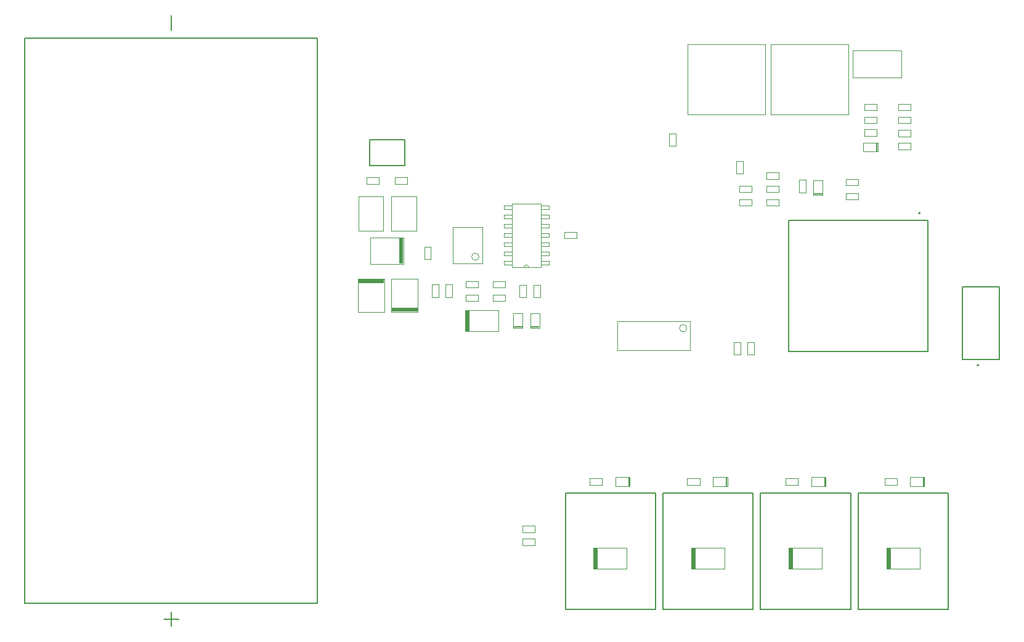
<source format=gbr>
%TF.GenerationSoftware,Altium Limited,Altium Designer,21.3.2 (30)*%
G04 Layer_Color=16711935*
%FSLAX26Y26*%
%MOIN*%
%TF.SameCoordinates,5CB9DBA1-4DA9-4ED0-9B61-E5D9B39C4D3D*%
%TF.FilePolarity,Positive*%
%TF.FileFunction,Other,Mechanical_13*%
%TF.Part,Single*%
G01*
G75*
%TA.AperFunction,NonConductor*%
%ADD63C,0.007874*%
%ADD88C,0.005000*%
%ADD89C,0.003937*%
%ADD120C,0.000000*%
%ADD121R,0.010591X0.049212*%
%ADD122R,0.049213X0.010591*%
%ADD123R,0.024358X0.141734*%
%ADD124R,0.141734X0.024358*%
%ADD125R,0.024358X0.114173*%
D63*
X5198937Y2248189D02*
G03*
X5198937Y2248189I-3937J0D01*
G01*
X5514937Y1424653D02*
G03*
X5514937Y1424653I-3937J0D01*
G01*
D88*
X5241850Y1500158D02*
Y2208819D01*
X4485945Y1500158D02*
X5241850D01*
X4485945D02*
Y2208819D01*
X5241850D01*
X355386Y134600D02*
Y3193655D01*
X1938457D01*
Y134600D02*
Y3193655D01*
X355386Y134600D02*
X1938457D01*
X1107551Y49954D02*
X1186291D01*
X1146921Y10584D02*
Y89324D01*
Y3238930D02*
Y3317671D01*
X2411488Y2506102D02*
Y2643898D01*
X2222512Y2506102D02*
Y2643898D01*
Y2506102D02*
X2411488D01*
X2222512Y2643898D02*
X2411488D01*
X4823428Y103039D02*
Y732961D01*
X4335239D02*
X4823428D01*
X4335239Y103039D02*
Y732961D01*
Y103039D02*
X4823428D01*
X3768095D02*
Y732961D01*
X3279905D02*
X3768095D01*
X3279905Y103039D02*
Y732961D01*
Y103039D02*
X3768095D01*
X4295761D02*
Y732961D01*
X3807572D02*
X4295761D01*
X3807572Y103039D02*
Y732961D01*
Y103039D02*
X4295761D01*
X5351094D02*
Y732961D01*
X4862905D02*
X5351094D01*
X4862905Y103039D02*
Y732961D01*
Y103039D02*
X5351094D01*
X5426354Y1456150D02*
Y1849850D01*
X5627142D01*
Y1456150D02*
Y1849850D01*
X5426354Y1456150D02*
X5627142D01*
D89*
X3936134Y1624677D02*
G03*
X3936134Y1624677I-19685J0D01*
G01*
X2812024Y2011976D02*
G03*
X2812024Y2011976I-19685J0D01*
G01*
X4970984Y2580394D02*
Y2629606D01*
X4892244Y2580394D02*
Y2629606D01*
Y2580394D02*
X4970984D01*
X4892244Y2629606D02*
X4970984D01*
X5080535Y2592283D02*
X5147465D01*
X5080535Y2627716D02*
X5147465D01*
Y2592283D02*
Y2627716D01*
X5080535Y2592283D02*
Y2627716D01*
Y2733617D02*
X5147465D01*
X5080535Y2769050D02*
X5147465D01*
Y2733617D02*
Y2769050D01*
X5080535Y2733617D02*
Y2769050D01*
Y2804283D02*
X5147465D01*
X5080535Y2839716D02*
X5147465D01*
Y2804283D02*
Y2839716D01*
X5080535Y2804283D02*
Y2839716D01*
Y2662950D02*
X5147465D01*
X5080535Y2698383D02*
X5147465D01*
Y2662950D02*
Y2698383D01*
X5080535Y2662950D02*
Y2698383D01*
X4896535Y2665284D02*
Y2700716D01*
X4963465Y2665284D02*
Y2700716D01*
X4896535D02*
X4963465D01*
X4896535Y2665284D02*
X4963465D01*
Y2734784D02*
Y2770217D01*
X4896535Y2734784D02*
Y2770217D01*
Y2734784D02*
X4963465D01*
X4896535Y2770217D02*
X4963465D01*
Y2804284D02*
Y2839717D01*
X4896535Y2804284D02*
Y2839717D01*
Y2804284D02*
X4963465D01*
X4896535Y2839717D02*
X4963465D01*
X4796535Y2432716D02*
X4863465D01*
X4796535Y2397284D02*
X4863465D01*
X4796535D02*
Y2432716D01*
X4863465Y2397284D02*
Y2432716D01*
X4796535Y2356717D02*
X4863465D01*
X4796535Y2321284D02*
X4863465D01*
X4796535D02*
Y2356717D01*
X4863465Y2321284D02*
Y2356717D01*
X4621394Y2346244D02*
X4670606D01*
X4621394Y2424984D02*
X4670606D01*
X4621394Y2346244D02*
Y2424984D01*
X4670606Y2346244D02*
Y2424984D01*
X4544283Y2360071D02*
X4579717D01*
X4544283Y2427000D02*
X4579717D01*
X4544283Y2360071D02*
Y2427000D01*
X4579717Y2360071D02*
Y2427000D01*
X4367071Y2287284D02*
Y2322716D01*
X4434000Y2287284D02*
Y2322716D01*
X4367071D02*
X4434000D01*
X4367071Y2287284D02*
X4434000D01*
Y2360284D02*
Y2395716D01*
X4367071Y2360284D02*
Y2395716D01*
Y2360284D02*
X4434000D01*
X4367071Y2395716D02*
X4434000D01*
X4367071Y2433283D02*
X4434000D01*
X4367071Y2468716D02*
X4434000D01*
Y2433283D02*
Y2468716D01*
X4367071Y2433283D02*
Y2468716D01*
X4220606Y2322716D02*
X4287535D01*
X4220606Y2287284D02*
X4287535D01*
X4220606D02*
Y2322716D01*
X4287535Y2287284D02*
Y2322716D01*
X4220606Y2395716D02*
X4287535D01*
X4220606Y2360284D02*
X4287535D01*
X4220606D02*
Y2395716D01*
X4287535Y2360284D02*
Y2395716D01*
X2272535Y2405284D02*
Y2440716D01*
X2205606Y2405284D02*
Y2440716D01*
Y2405284D02*
X2272535D01*
X2205606Y2440716D02*
X2272535D01*
X2425000Y2405284D02*
Y2440716D01*
X2358071Y2405284D02*
Y2440716D01*
Y2405284D02*
X2425000D01*
X2358071Y2440716D02*
X2425000D01*
X2338874Y2152890D02*
X2473126D01*
X2338874Y2339110D02*
X2473126D01*
X2338874Y2152890D02*
Y2339110D01*
X2473126Y2152890D02*
Y2339110D01*
X2159874Y2152890D02*
X2294126D01*
X2159874Y2339110D02*
X2294126D01*
X2159874Y2152890D02*
Y2339110D01*
X2294126Y2152890D02*
Y2339110D01*
X2223449Y1973131D02*
Y2114866D01*
Y1973131D02*
X2404551D01*
X2223449Y2114866D02*
X2404551D01*
Y1973131D02*
Y2114866D01*
X2339131Y1891551D02*
X2480866D01*
X2339131Y1710449D02*
Y1891551D01*
X2480866Y1710449D02*
Y1891551D01*
X2339131Y1710449D02*
X2480866D01*
X2158134D02*
X2299869D01*
Y1891551D01*
X2158134Y1710449D02*
Y1891551D01*
X2299869D01*
X2918968Y1608913D02*
Y1723087D01*
X2737866Y1608913D02*
Y1723087D01*
Y1608913D02*
X2918968D01*
X2737866Y1723087D02*
X2918968D01*
X2807035Y1844284D02*
Y1879716D01*
X2740106Y1844284D02*
Y1879716D01*
Y1844284D02*
X2807035D01*
X2740106Y1879716D02*
X2807035D01*
X2740106Y1770284D02*
Y1805716D01*
X2807035Y1770284D02*
Y1805716D01*
X2740106D02*
X2807035D01*
X2740106Y1770284D02*
X2807035D01*
X2955465Y1844284D02*
Y1879717D01*
X2888535Y1844284D02*
Y1879717D01*
Y1844284D02*
X2955465D01*
X2888535Y1879717D02*
X2955465D01*
Y1770284D02*
Y1805717D01*
X2888535Y1770284D02*
Y1805717D01*
Y1770284D02*
X2955465D01*
X2888535Y1805717D02*
X2955465D01*
X3090394Y1625630D02*
X3139606D01*
X3090394Y1704370D02*
X3139606D01*
X3090394Y1625630D02*
Y1704370D01*
X3139606Y1625630D02*
Y1704370D01*
X2998394Y1625630D02*
X3047606D01*
X2998394Y1704370D02*
X3047606D01*
X2998394Y1625630D02*
Y1704370D01*
X3047606Y1625630D02*
Y1704370D01*
X3113000Y448284D02*
Y483717D01*
X3046071Y448284D02*
Y483717D01*
Y448284D02*
X3113000D01*
X3046071Y483717D02*
X3113000D01*
Y519284D02*
Y554716D01*
X3046071Y519284D02*
Y554716D01*
Y519284D02*
X3113000D01*
X3046071Y554716D02*
X3113000D01*
X4391354Y2782378D02*
X4810646D01*
X4391354Y3162299D02*
X4810646D01*
X4391354Y2782378D02*
Y3162299D01*
X4810646Y2782378D02*
Y3162299D01*
X4239307Y2460535D02*
Y2527465D01*
X4203874Y2460535D02*
Y2527465D01*
X4239307D01*
X4203874Y2460535D02*
X4239307D01*
X4486449Y320913D02*
X4667551D01*
X4486449Y435087D02*
X4667551D01*
X4486449Y320913D02*
Y435087D01*
X4667551Y320913D02*
Y435087D01*
X3961449Y320913D02*
X4142551D01*
X3961449Y435087D02*
X4142551D01*
X3961449Y320913D02*
Y435087D01*
X4142551Y320913D02*
Y435087D01*
X3429449Y320913D02*
X3610551D01*
X3429449Y435087D02*
X3610551D01*
X3429449Y320913D02*
Y435087D01*
X3610551Y320913D02*
Y435087D01*
X2632284Y1793535D02*
Y1860465D01*
X2667716Y1793535D02*
Y1860465D01*
X2632284Y1793535D02*
X2667716D01*
X2632284Y1860465D02*
X2667716D01*
X2593716Y1793535D02*
Y1860465D01*
X2558284Y1793535D02*
Y1860465D01*
X2593716D01*
X2558284Y1793535D02*
X2593716D01*
X3066716Y1790535D02*
Y1857465D01*
X3031284Y1790535D02*
Y1857465D01*
X3066716D01*
X3031284Y1790535D02*
X3066716D01*
X3142716D02*
Y1857465D01*
X3107284Y1790535D02*
Y1857465D01*
X3142716D01*
X3107284Y1790535D02*
X3142716D01*
X4359646Y2782378D02*
Y3162299D01*
X3940354Y2782378D02*
Y3162299D01*
X4359646D01*
X3940354Y2782378D02*
X4359646D01*
X5016449Y320913D02*
X5197551D01*
X5016449Y435087D02*
X5197551D01*
X5016449Y320913D02*
Y435087D01*
X5197551Y320913D02*
Y435087D01*
X4227717Y1481535D02*
Y1548465D01*
X4192283Y1481535D02*
Y1548465D01*
X4227717D01*
X4192283Y1481535D02*
X4227717D01*
X4300717D02*
Y1548465D01*
X4265283Y1481535D02*
Y1548465D01*
X4300717D01*
X4265283Y1481535D02*
X4300717D01*
X3560150Y1504598D02*
Y1662079D01*
X3953850Y1504598D02*
Y1662079D01*
X3560150Y1504598D02*
X3953850D01*
X3560150Y1662079D02*
X3953850D01*
X5006535Y810716D02*
X5073465D01*
X5006535Y775284D02*
X5073465D01*
X5006535D02*
Y810716D01*
X5073465Y775284D02*
Y810716D01*
X5142630Y817606D02*
X5221370D01*
X5142630Y768394D02*
X5221370D01*
X5142630D02*
Y817606D01*
X5221370Y768394D02*
Y817606D01*
X4610047D02*
X4688787D01*
X4610047Y768394D02*
X4688787D01*
X4610047D02*
Y817606D01*
X4688787Y768394D02*
Y817606D01*
X4471071Y810716D02*
X4538000D01*
X4471071Y775284D02*
X4538000D01*
X4471071D02*
Y810716D01*
X4538000Y775284D02*
Y810716D01*
X3550244Y817606D02*
X3628984D01*
X3550244Y768394D02*
X3628984D01*
X3550244D02*
Y817606D01*
X3628984Y768394D02*
Y817606D01*
X4079016D02*
X4157756D01*
X4079016Y768394D02*
X4157756D01*
X4079016D02*
Y817606D01*
X4157756Y768394D02*
Y817606D01*
X3939071Y810716D02*
X4006000D01*
X3939071Y775284D02*
X4006000D01*
X3939071D02*
Y810716D01*
X4006000Y775284D02*
Y810716D01*
X3412071D02*
X3479000D01*
X3412071Y775284D02*
X3479000D01*
X3412071D02*
Y810716D01*
X3479000Y775284D02*
Y810716D01*
X5097890Y2983165D02*
Y3128835D01*
X4834110Y2983165D02*
Y3128835D01*
X5097890D01*
X4834110Y2983165D02*
X5097890D01*
X3841283Y2679465D02*
X3876716D01*
X3841283Y2612535D02*
X3876716D01*
Y2679465D01*
X3841283Y2612535D02*
Y2679465D01*
X2516284Y1998000D02*
X2551717D01*
X2516284Y2064929D02*
X2551717D01*
X2516284Y1998000D02*
Y2064929D01*
X2551717Y1998000D02*
Y2064929D01*
X3273535Y2110284D02*
Y2145716D01*
X3340465Y2110284D02*
Y2145716D01*
X3273535D02*
X3340465D01*
X3273535Y2110284D02*
X3340465D01*
X2829740Y1974575D02*
Y2171425D01*
X2672260Y1974575D02*
Y2171425D01*
Y1974575D02*
X2829740D01*
X2672260Y2171425D02*
X2829740D01*
D120*
X3081000Y1955000D02*
G03*
X3057000Y1955000I-12000J0D01*
G01*
X3148000D02*
Y2299000D01*
X3081000Y1955000D02*
X3148000D01*
X3057000D02*
X3081000D01*
X2990000D02*
X3057000D01*
X2990000D02*
Y2299000D01*
X3148000D01*
X2947000Y1967000D02*
X2990000D01*
X2947000D02*
Y1987000D01*
X2990000D01*
Y1967000D02*
Y1987000D01*
X2947000Y2017000D02*
X2990000D01*
X2947000D02*
Y2037000D01*
X2990000D01*
Y2017000D02*
Y2037000D01*
X2947000Y2067000D02*
X2990000D01*
X2947000D02*
Y2087000D01*
X2990000D01*
Y2067000D02*
Y2087000D01*
X2947000Y2117000D02*
X2990000D01*
X2947000D02*
Y2137000D01*
X2990000D01*
Y2117000D02*
Y2137000D01*
X2947000Y2167000D02*
X2990000D01*
X2947000D02*
Y2187000D01*
X2990000D01*
Y2167000D02*
Y2187000D01*
X2947000Y2217000D02*
X2990000D01*
X2947000D02*
Y2237000D01*
X2990000D01*
Y2217000D02*
Y2237000D01*
X2947000Y2267000D02*
X2990000D01*
X2947000D02*
Y2287000D01*
X2990000D01*
Y2267000D02*
Y2287000D01*
X3148000D02*
X3191000D01*
Y2267000D02*
Y2287000D01*
X3148000Y2267000D02*
X3191000D01*
X3148000D02*
Y2287000D01*
Y2237000D02*
X3191000D01*
Y2217000D02*
Y2237000D01*
X3148000Y2217000D02*
X3191000D01*
X3148000D02*
Y2237000D01*
Y2187000D02*
X3191000D01*
Y2167000D02*
Y2187000D01*
X3148000Y2167000D02*
X3191000D01*
X3148000D02*
Y2187000D01*
Y2137000D02*
X3191000D01*
Y2117000D02*
Y2137000D01*
X3148000Y2117000D02*
X3191000D01*
X3148000D02*
Y2137000D01*
Y2087000D02*
X3191000D01*
Y2067000D02*
Y2087000D01*
X3148000Y2067000D02*
X3191000D01*
X3148000D02*
Y2087000D01*
Y2037000D02*
X3191000D01*
Y2017000D02*
Y2037000D01*
X3148000Y2017000D02*
X3191000D01*
X3148000D02*
Y2037000D01*
Y1987000D02*
X3191000D01*
Y1967000D02*
Y1987000D01*
X3148000Y1967000D02*
X3191000D01*
X3148000D02*
Y1987000D01*
D121*
X4965689Y2605000D02*
D03*
X5216075Y793000D02*
D03*
X4683492Y793002D02*
D03*
X3623689Y793000D02*
D03*
X4152461D02*
D03*
D122*
X4646000Y2351539D02*
D03*
X3115000Y1630925D02*
D03*
X3023000D02*
D03*
D123*
X2390621Y2043998D02*
D03*
D124*
X2409998Y1724379D02*
D03*
X2229002Y1877621D02*
D03*
D125*
X2751789Y1666000D02*
D03*
X4500372Y378000D02*
D03*
X3975372Y378000D02*
D03*
X3443372Y378000D02*
D03*
X5030372Y378000D02*
D03*
%TF.MD5,003822f2fa8bac7fc993a8367b1c6501*%
M02*

</source>
